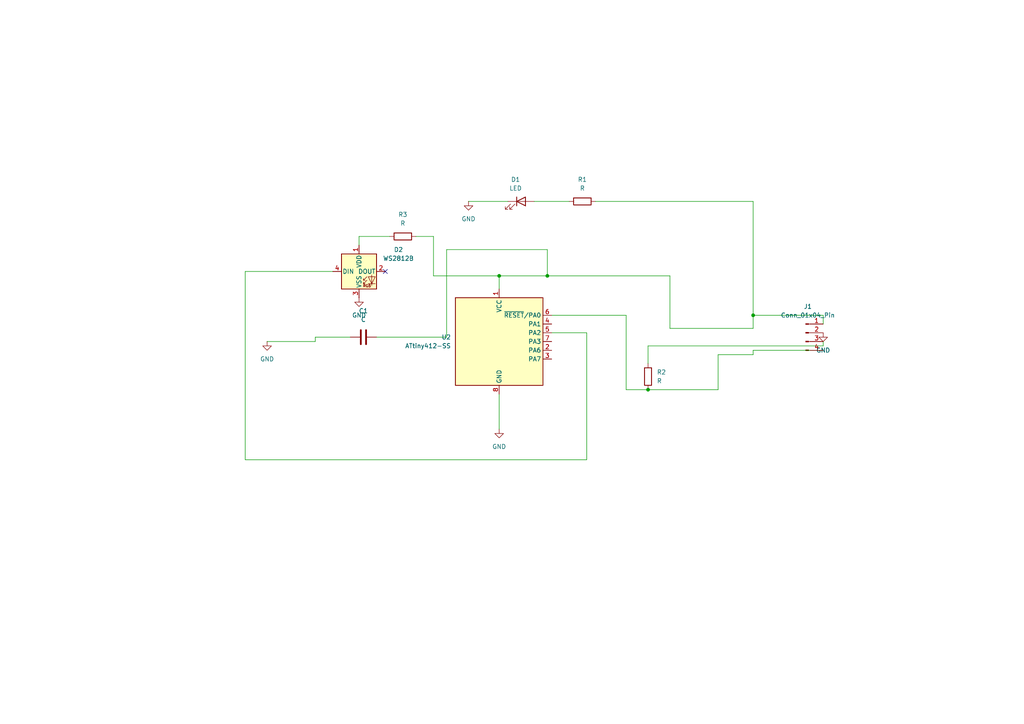
<source format=kicad_sch>
(kicad_sch (version 20231120) (generator "eeschema") (generator_version "8.0")
  (paper "A4")
  (lib_symbols
    (symbol "Connector:Conn_01x04_Pin" (pin_names (offset 1.016) hide)
      (property "Reference" "J" (at 0 5.08 0))
      (property "Value" "Conn_01x04_Pin" (at 0 -7.62 0))
      (symbol "Conn_01x04_Pin_1_1"
        (polyline (pts (xy 1.27 -5.08) (xy 0.8636 -5.08)) (stroke (width 0.1524)))
        (polyline (pts (xy 1.27 -2.54) (xy 0.8636 -2.54)) (stroke (width 0.1524)))
        (polyline (pts (xy 1.27 0) (xy 0.8636 0)) (stroke (width 0.1524)))
        (polyline (pts (xy 1.27 2.54) (xy 0.8636 2.54)) (stroke (width 0.1524)))
        (rectangle (start 0.8636 -4.953) (end 0 -5.207) (stroke (width 0.1524)) (fill (type outline)))
        (rectangle (start 0.8636 -2.413) (end 0 -2.667) (stroke (width 0.1524)) (fill (type outline)))
        (rectangle (start 0.8636 0.127) (end 0 -0.127) (stroke (width 0.1524)) (fill (type outline)))
        (rectangle (start 0.8636 2.667) (end 0 2.413) (stroke (width 0.1524)) (fill (type outline)))
        (pin passive line (at 5.08 2.54 180) (length 3.81) (name "Pin_1") (number "1"))
        (pin passive line (at 5.08 0 180) (length 3.81) (name "Pin_2") (number "2"))
        (pin passive line (at 5.08 -2.54 180) (length 3.81) (name "Pin_3") (number "3"))
        (pin passive line (at 5.08 -5.08 180) (length 3.81) (name "Pin_4") (number "4"))
      )
    )
    (symbol "Device:C" (pin_numbers hide) (pin_names (offset 0.254))
      (property "Reference" "C" (at 0.635 2.54 0))
      (property "Value" "C" (at 0.635 -2.54 0))
      (symbol "C_0_1"
        (polyline (pts (xy -2.032 -0.762) (xy 2.032 -0.762)) (stroke (width 0.508)))
        (polyline (pts (xy -2.032 0.762) (xy 2.032 0.762)) (stroke (width 0.508)))
      )
      (symbol "C_1_1"
        (pin passive line (at 0 3.81 270) (length 2.794) (name "~") (number "1"))
        (pin passive line (at 0 -3.81 90) (length 2.794) (name "~") (number "2"))
      )
    )
    (symbol "Device:LED" (pin_numbers hide) (pin_names (offset 1.016) hide)
      (property "Reference" "D" (at 0 2.54 0))
      (property "Value" "LED" (at 0 -2.54 0))
      (symbol "LED_0_1"
        (polyline (pts (xy -1.27 -1.27) (xy -1.27 1.27)) (stroke (width 0.254)))
        (polyline (pts (xy -1.27 0) (xy 1.27 0)))
        (polyline (pts (xy 1.27 -1.27) (xy 1.27 1.27) (xy -1.27 0) (xy 1.27 -1.27)) (stroke (width 0.254)))
        (polyline (pts (xy -3.048 -0.762) (xy -4.572 -2.286) (xy -3.81 -2.286) (xy -4.572 -2.286) (xy -4.572 -1.524)))
        (polyline (pts (xy -1.778 -0.762) (xy -3.302 -2.286) (xy -2.54 -2.286) (xy -3.302 -2.286) (xy -3.302 -1.524)))
      )
      (symbol "LED_1_1"
        (pin passive line (at -3.81 0 0) (length 2.54) (name "K") (number "1"))
        (pin passive line (at 3.81 0 180) (length 2.54) (name "A") (number "2"))
      )
    )
    (symbol "Device:R" (pin_numbers hide) (pin_names (offset 0))
      (property "Reference" "R" (at 2.032 0 90))
      (property "Value" "R" (at 0 0 90))
      (symbol "R_0_1"
        (rectangle (start -1.016 -2.54) (end 1.016 2.54) (stroke (width 0.254)))
      )
      (symbol "R_1_1"
        (pin passive line (at 0 3.81 270) (length 1.27) (name "~") (number "1"))
        (pin passive line (at 0 -3.81 90) (length 1.27) (name "~") (number "2"))
      )
    )
    (symbol "LED:WS2812B" (pin_names (offset 0.254))
      (property "Reference" "D" (at 5.08 5.715 0))
      (property "Value" "WS2812B" (at 1.27 -5.715 0))
      (symbol "WS2812B_0_0"
        (text "RGB" (at 2.286 -4.191 0) (effects (font (size 0.762 0.762))))
      )
      (symbol "WS2812B_0_1"
        (polyline (pts (xy 1.27 -3.556) (xy 1.778 -3.556)))
        (polyline (pts (xy 1.27 -2.54) (xy 1.778 -2.54)))
        (polyline (pts (xy 4.699 -3.556) (xy 2.667 -3.556)))
        (polyline (pts (xy 2.286 -2.54) (xy 1.27 -3.556) (xy 1.27 -3.048)))
        (polyline (pts (xy 2.286 -1.524) (xy 1.27 -2.54) (xy 1.27 -2.032)))
        (polyline (pts (xy 3.683 -1.016) (xy 3.683 -3.556) (xy 3.683 -4.064)))
        (polyline (pts (xy 4.699 -1.524) (xy 2.667 -1.524) (xy 3.683 -3.556) (xy 4.699 -1.524)))
        (rectangle (start 5.08 5.08) (end -5.08 -5.08) (stroke (width 0.254)) (fill (type background)))
      )
      (symbol "WS2812B_1_1"
        (pin power_in line (at 0 7.62 270) (length 2.54) (name "VDD") (number "1"))
        (pin output line (at 7.62 0 180) (length 2.54) (name "DOUT") (number "2"))
        (pin power_in line (at 0 -7.62 90) (length 2.54) (name "VSS") (number "3"))
        (pin input line (at -7.62 0 0) (length 2.54) (name "DIN") (number "4"))
      )
    )
    (symbol "MCU_Microchip_ATtiny:ATtiny412-SS"
      (property "Reference" "U" (at -12.7 13.97 0))
      (property "Value" "ATtiny412-SS" (at 2.54 -13.97 0))
      (symbol "ATtiny412-SS_0_1"
        (rectangle (start -12.7 -12.7) (end 12.7 12.7) (stroke (width 0.254)) (fill (type background)))
      )
      (symbol "ATtiny412-SS_1_1"
        (pin power_in line (at 0 15.24 270) (length 2.54) (name "VCC") (number "1"))
        (pin bidirectional line (at 15.24 -2.54 180) (length 2.54) (name "PA6") (number "2"))
        (pin bidirectional line (at 15.24 -5.08 180) (length 2.54) (name "PA7") (number "3"))
        (pin bidirectional line (at 15.24 5.08 180) (length 2.54) (name "PA1") (number "4"))
        (pin bidirectional line (at 15.24 2.54 180) (length 2.54) (name "PA2") (number "5"))
        (pin bidirectional line (at 15.24 7.62 180) (length 2.54) (name "~{RESET}/PA0") (number "6"))
        (pin bidirectional line (at 15.24 0 180) (length 2.54) (name "PA3") (number "7"))
        (pin power_in line (at 0 -15.24 90) (length 2.54) (name "GND") (number "8"))
      )
    )
    (symbol "power:GND" (power) (pin_numbers hide) (pin_names (offset 0) hide)
      (property "Value" "GND" (at 0 -3.81 0))
      (symbol "GND_0_1"
        (polyline (pts (xy 0 0) (xy 0 -1.27) (xy 1.27 -1.27) (xy 0 -2.54) (xy -1.27 -1.27) (xy 0 -1.27)))
      )
      (symbol "GND_1_1"
        (pin power_in line (at 0 0 270) (length 0) (name "~") (number "1"))
      )
    )
  )
  (junction (at 187.96 113.03))
  (junction (at 144.78 80.01))
  (junction (at 158.75 80.01))
  (junction (at 218.44 91.44))
  (no_connect (at 111.76 78.74))
  (wire (pts (xy 144.78 80.01) (xy 144.78 83.82)))
  (wire (pts (xy 194.31 95.25) (xy 194.31 80.01)))
  (wire (pts (xy 129.54 72.39) (xy 158.75 72.39)))
  (wire (pts (xy 154.94 58.42) (xy 165.1 58.42)))
  (wire (pts (xy 218.44 91.44) (xy 218.44 95.25)))
  (wire (pts (xy 170.18 133.35) (xy 71.12 133.35)))
  (wire (pts (xy 91.44 97.79) (xy 101.6 97.79)))
  (wire (pts (xy 104.14 68.58) (xy 104.14 71.12)))
  (wire (pts (xy 135.89 58.42) (xy 147.32 58.42)))
  (wire (pts (xy 181.61 113.03) (xy 181.61 91.44)))
  (wire (pts (xy 187.96 105.41) (xy 187.96 100.33)))
  (wire (pts (xy 160.02 96.52) (xy 170.18 96.52)))
  (wire (pts (xy 160.02 91.44) (xy 181.61 91.44)))
  (wire (pts (xy 125.73 80.01) (xy 125.73 68.58)))
  (wire (pts (xy 218.44 91.44) (xy 238.76 91.44)))
  (wire (pts (xy 109.22 97.79) (xy 129.54 97.79)))
  (wire (pts (xy 208.28 102.87) (xy 208.28 113.03)))
  (wire (pts (xy 187.96 100.33) (xy 238.76 100.33)))
  (wire (pts (xy 144.78 80.01) (xy 125.73 80.01)))
  (wire (pts (xy 238.76 99.06) (xy 238.76 100.33)))
  (wire (pts (xy 104.14 68.58) (xy 113.03 68.58)))
  (wire (pts (xy 172.72 58.42) (xy 218.44 58.42)))
  (wire (pts (xy 187.96 113.03) (xy 208.28 113.03)))
  (wire (pts (xy 91.44 97.79) (xy 91.44 99.06)))
  (wire (pts (xy 158.75 72.39) (xy 158.75 80.01)))
  (wire (pts (xy 71.12 133.35) (xy 71.12 78.74)))
  (wire (pts (xy 158.75 80.01) (xy 144.78 80.01)))
  (wire (pts (xy 208.28 102.87) (xy 218.44 102.87)))
  (wire (pts (xy 120.65 68.58) (xy 125.73 68.58)))
  (wire (pts (xy 218.44 101.6) (xy 218.44 102.87)))
  (wire (pts (xy 170.18 96.52) (xy 170.18 133.35)))
  (wire (pts (xy 71.12 78.74) (xy 96.52 78.74)))
  (wire (pts (xy 238.76 91.44) (xy 238.76 93.98)))
  (wire (pts (xy 238.76 101.6) (xy 218.44 101.6)))
  (wire (pts (xy 91.44 99.06) (xy 77.47 99.06)))
  (wire (pts (xy 194.31 95.25) (xy 218.44 95.25)))
  (wire (pts (xy 194.31 80.01) (xy 158.75 80.01)))
  (wire (pts (xy 144.78 114.3) (xy 144.78 124.46)))
  (wire (pts (xy 181.61 113.03) (xy 187.96 113.03)))
  (wire (pts (xy 129.54 97.79) (xy 129.54 72.39)))
  (wire (pts (xy 218.44 58.42) (xy 218.44 91.44)))
  (symbol (lib_id "power:GND") (at 104.14 86.36 0) (unit 1)
    (property "Reference" "#PWR04" (effects (hide yes)))
    (property "Value" "GND" (at 104.14 91.44 0))
    (property "Description" "Power symbol creates a global label with name \"GND\" , ground" (effects (hide yes)))
  )
  (symbol (lib_id "power:GND") (at 238.76 96.52 0) (unit 1)
    (property "Reference" "#PWR05" (effects (hide yes)))
    (property "Value" "GND" (at 238.76 101.6 0))
    (property "Description" "Power symbol creates a global label with name \"GND\" , ground" (effects (hide yes)))
  )
  (symbol (lib_id "Device:C") (at 105.41 97.79 90) (unit 1)
    (property "Reference" "C1" (at 105.41 90.17 90))
    (property "Value" "C" (at 105.41 92.71 90))
    (property "Footprint" "Capacitor_SMD:C_0201_0603Metric" (effects (hide yes)))
    (property "Description" "Unpolarized capacitor" (effects (hide yes)))
  )
  (symbol (lib_id "power:GND") (at 135.89 58.42 0) (unit 1)
    (property "Reference" "#PWR02" (effects (hide yes)))
    (property "Value" "GND" (at 135.89 63.5 0))
    (property "Description" "Power symbol creates a global label with name \"GND\" , ground" (effects (hide yes)))
  )
  (symbol (lib_id "Connector:Conn_01x04_Pin") (at 233.68 96.52 0) (unit 1)
    (property "Reference" "J1" (at 234.315 88.9 0))
    (property "Value" "Conn_01x04_Pin" (at 234.315 91.44 0))
    (property "Footprint" "Connector_PinHeader_1.00mm:PinHeader_1x04_P1.00mm_Vertical_SMD_Pin1Right" (effects (hide yes)))
    (property "Description" "Generic connector, single row, 01x04, script generated" (effects (hide yes)))
  )
  (symbol (lib_id "LED:WS2812B") (at 104.14 78.74 0) (unit 1)
    (property "Reference" "D2" (at 115.57 72.4214 0))
    (property "Value" "WS2812B" (at 115.57 74.9614 0))
    (property "Footprint" "LED_SMD:LED_WS2812B_PLCC4_5.0x5.0mm_P3.2mm" (effects (hide yes)))
    (property "Datasheet" "https://cdn-shop.adafruit.com/datasheets/WS2812B.pdf" (effects (hide yes)))
    (property "Description" "RGB LED with integrated controller" (effects (hide yes)))
  )
  (symbol (lib_id "Device:R") (at 168.91 58.42 90) (unit 1)
    (property "Reference" "R1" (at 168.91 52.07 90))
    (property "Value" "R" (at 168.91 54.61 90))
    (property "Footprint" "Resistor_SMD:R_0201_0603Metric" (effects (hide yes)))
    (property "Description" "Resistor" (effects (hide yes)))
  )
  (symbol (lib_id "power:GND") (at 77.47 99.06 0) (unit 1)
    (property "Reference" "#PWR03" (effects (hide yes)))
    (property "Value" "GND" (at 77.47 104.14 0))
    (property "Description" "Power symbol creates a global label with name \"GND\" , ground" (effects (hide yes)))
  )
  (symbol (lib_id "Device:R") (at 187.96 109.22 0) (unit 1)
    (property "Reference" "R2" (at 190.5 107.9499 0) (effects (justify left)))
    (property "Value" "R" (at 190.5 110.4899 0) (effects (justify left)))
    (property "Footprint" "fab:R_1206" (effects (hide yes)))
    (property "Description" "Resistor" (effects (hide yes)))
  )
  (symbol (lib_id "Device:R") (at 116.84 68.58 90) (unit 1)
    (property "Reference" "R3" (at 116.84 62.23 90))
    (property "Value" "R" (at 116.84 64.77 90))
    (property "Footprint" "fab:R_1206" (effects (hide yes)))
    (property "Description" "Resistor" (effects (hide yes)))
  )
  (symbol (lib_id "Device:LED") (at 151.13 58.42 0) (unit 1)
    (property "Reference" "D1" (at 149.5425 52.07 0))
    (property "Value" "LED" (at 149.5425 54.61 0))
    (property "Footprint" "fab:LED_1206" (effects (hide yes)))
    (property "Description" "Light emitting diode" (effects (hide yes)))
  )
  (symbol (lib_id "MCU_Microchip_ATtiny:ATtiny412-SS") (at 144.78 99.06 0) (unit 1)
    (property "Reference" "U2" (at 130.81 97.7899 0) (effects (justify right)))
    (property "Value" "ATtiny412-SS" (at 130.81 100.3299 0) (effects (justify right)))
    (property "Footprint" "Package_SO:SOIC-8_3.9x4.9mm_P1.27mm" (effects (hide yes)))
    (property "Datasheet" "http://ww1.microchip.com/downloads/en/DeviceDoc/40001911A.pdf" (effects (hide yes)))
    (property "Description" "20MHz, 4kB Flash, 256B SRAM, 128B EEPROM, SOIC-8" (effects (hide yes)))
  )
  (symbol (lib_id "power:GND") (at 144.78 124.46 0) (unit 1)
    (property "Reference" "#PWR01" (effects (hide yes)))
    (property "Value" "GND" (at 144.78 129.54 0))
    (property "Description" "Power symbol creates a global label with name \"GND\" , ground" (effects (hide yes)))
  )
)
</source>
